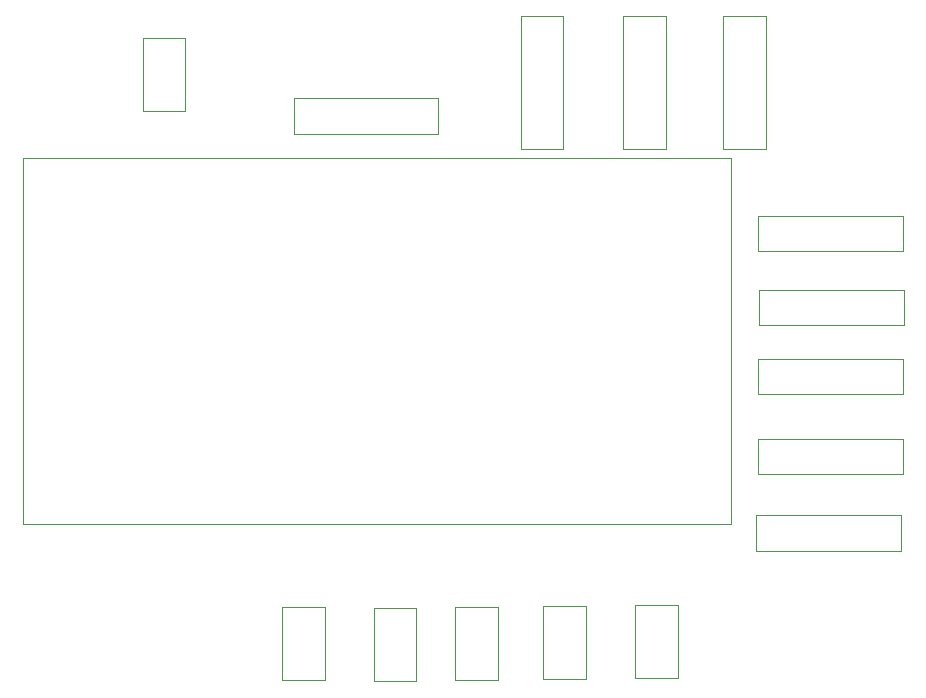
<source format=gbr>
%TF.GenerationSoftware,KiCad,Pcbnew,(5.1.12)-1*%
%TF.CreationDate,2022-06-22T10:59:22-05:00*%
%TF.ProjectId,Unidad central,556e6964-6164-4206-9365-6e7472616c2e,rev?*%
%TF.SameCoordinates,Original*%
%TF.FileFunction,Other,User*%
%FSLAX46Y46*%
G04 Gerber Fmt 4.6, Leading zero omitted, Abs format (unit mm)*
G04 Created by KiCad (PCBNEW (5.1.12)-1) date 2022-06-22 10:59:22*
%MOMM*%
%LPD*%
G01*
G04 APERTURE LIST*
%ADD10C,0.050000*%
%ADD11C,0.100000*%
G04 APERTURE END LIST*
D10*
%TO.C,R6*%
X121807000Y-61421100D02*
X134067000Y-61421100D01*
X121807000Y-58421100D02*
X121807000Y-61421100D01*
X134067000Y-58421100D02*
X121807000Y-58421100D01*
X134067000Y-61421100D02*
X134067000Y-58421100D01*
%TO.C,R5*%
X173214000Y-93724600D02*
X160954000Y-93724600D01*
X173214000Y-96724600D02*
X173214000Y-93724600D01*
X160954000Y-96724600D02*
X173214000Y-96724600D01*
X160954000Y-93724600D02*
X160954000Y-96724600D01*
%TO.C,R4*%
X173392000Y-87242500D02*
X161132000Y-87242500D01*
X173392000Y-90242500D02*
X173392000Y-87242500D01*
X161132000Y-90242500D02*
X173392000Y-90242500D01*
X161132000Y-87242500D02*
X161132000Y-90242500D01*
%TO.C,R3*%
X173392000Y-80491200D02*
X161132000Y-80491200D01*
X173392000Y-83491200D02*
X173392000Y-80491200D01*
X161132000Y-83491200D02*
X173392000Y-83491200D01*
X161132000Y-80491200D02*
X161132000Y-83491200D01*
%TO.C,R2*%
X173480000Y-74631400D02*
X161220000Y-74631400D01*
X173480000Y-77631400D02*
X173480000Y-74631400D01*
X161220000Y-77631400D02*
X173480000Y-77631400D01*
X161220000Y-74631400D02*
X161220000Y-77631400D01*
%TO.C,R1*%
X173419000Y-68383000D02*
X161159000Y-68383000D01*
X173419000Y-71383000D02*
X173419000Y-68383000D01*
X161159000Y-71383000D02*
X173419000Y-71383000D01*
X161159000Y-68383000D02*
X161159000Y-71383000D01*
%TO.C,J4*%
X146547000Y-101428000D02*
X142947000Y-101428000D01*
X146547000Y-107578000D02*
X146547000Y-101428000D01*
X142947000Y-107578000D02*
X146547000Y-107578000D01*
X142947000Y-101428000D02*
X142947000Y-107578000D01*
%TO.C,J3*%
X139079000Y-101525000D02*
X135479000Y-101525000D01*
X139079000Y-107675000D02*
X139079000Y-101525000D01*
X135479000Y-107675000D02*
X139079000Y-107675000D01*
X135479000Y-101525000D02*
X135479000Y-107675000D01*
%TO.C,J2*%
X132204000Y-101624000D02*
X128604000Y-101624000D01*
X132204000Y-107774000D02*
X132204000Y-101624000D01*
X128604000Y-107774000D02*
X132204000Y-107774000D01*
X128604000Y-101624000D02*
X128604000Y-107774000D01*
%TO.C,D3*%
X144622000Y-51507000D02*
X141022000Y-51507000D01*
X144622000Y-62707000D02*
X144622000Y-51507000D01*
X141022000Y-62707000D02*
X144622000Y-62707000D01*
X141022000Y-51507000D02*
X141022000Y-62707000D01*
D11*
%TO.C,U1*%
X98862000Y-94485200D02*
X98862000Y-63485200D01*
X158862000Y-94485200D02*
X98862000Y-94485200D01*
X158862000Y-63485200D02*
X158862000Y-94485200D01*
X98862000Y-63485200D02*
X158862000Y-63485200D01*
D10*
%TO.C,D2*%
X153326000Y-51507000D02*
X149726000Y-51507000D01*
X153326000Y-62707000D02*
X153326000Y-51507000D01*
X149726000Y-62707000D02*
X153326000Y-62707000D01*
X149726000Y-51507000D02*
X149726000Y-62707000D01*
%TO.C,D1*%
X161764000Y-51507000D02*
X158164000Y-51507000D01*
X161764000Y-62707000D02*
X161764000Y-51507000D01*
X158164000Y-62707000D02*
X161764000Y-62707000D01*
X158164000Y-51507000D02*
X158164000Y-62707000D01*
%TO.C,J6*%
X112633000Y-53358600D02*
X109033000Y-53358600D01*
X112633000Y-59508600D02*
X112633000Y-53358600D01*
X109033000Y-59508600D02*
X112633000Y-59508600D01*
X109033000Y-53358600D02*
X109033000Y-59508600D01*
%TO.C,J5*%
X154330000Y-101327000D02*
X150730000Y-101327000D01*
X154330000Y-107477000D02*
X154330000Y-101327000D01*
X150730000Y-107477000D02*
X154330000Y-107477000D01*
X150730000Y-101327000D02*
X150730000Y-107477000D01*
%TO.C,J1*%
X124444000Y-101525000D02*
X120844000Y-101525000D01*
X124444000Y-107675000D02*
X124444000Y-101525000D01*
X120844000Y-107675000D02*
X124444000Y-107675000D01*
X120844000Y-101525000D02*
X120844000Y-107675000D01*
%TD*%
M02*

</source>
